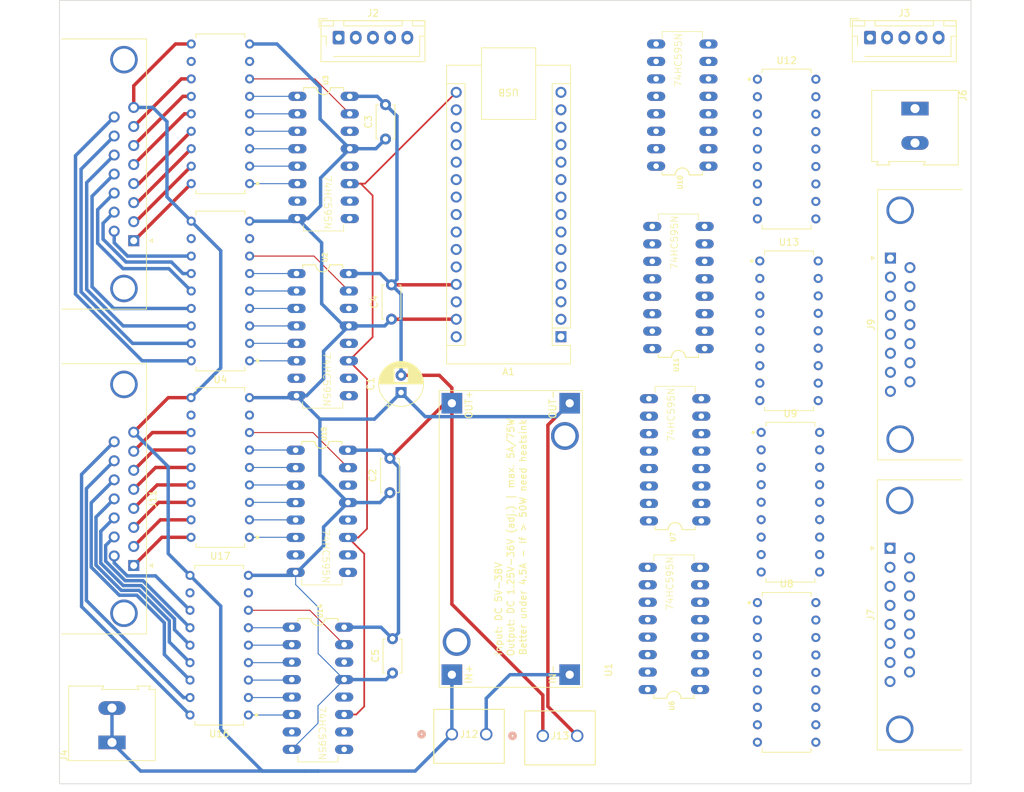
<source format=kicad_pcb>
(kicad_pcb (version 20221018) (generator pcbnew)
  (layers (0 "F.Cu" signal) (31 "B.Cu" signal) (34 "B.Paste" user) (35 "F.Paste" user) (36 "B.SilkS" user "B.Silkscreen") (37 "F.SilkS" user "F.Silkscreen") (38 "B.Mask" user) (39 "F.Mask" user) (44 "Edge.Cuts" user))
  (net 0 "")
  (net 4 "GND")
  (net 11 "Net-(A1-D8)")
  (net 12 "Net-(A1-D9)")
  (net 13 "CS_7seg")
  (net 14 "SER")
  (net 16 "CLK")
  (net 27 "+5V")
  (net 30 "Net-(U5-O7)")
  (net 31 "Net-(U5-O6)")
  (net 32 "Net-(U5-O5)")
  (net 33 "Net-(U5-O4)")
  (net 34 "Net-(U5-O3)")
  (net 35 "Net-(U5-O2)")
  (net 36 "Net-(U5-O1)")
  (net 37 "+12V")
  (net 38 "Net-(J5-P9)")
  (net 39 "Net-(J5-P10)")
  (net 40 "Net-(J5-P111)")
  (net 41 "Net-(J5-P12)")
  (net 42 "Net-(J5-P13)")
  (net 43 "Net-(J5-P14)")
  (net 44 "Net-(J5-P15)")
  (net 45 "Net-(U9-O7)")
  (net 46 "Net-(U9-O6)")
  (net 47 "Net-(U9-O5)")
  (net 48 "Net-(U9-O4)")
  (net 49 "Net-(U9-O3)")
  (net 50 "Net-(U9-O2)")
  (net 51 "Net-(U9-O1)")
  (net 52 "Net-(J7-P9)")
  (net 53 "Net-(J7-P10)")
  (net 54 "Net-(J7-P111)")
  (net 55 "Net-(J7-P12)")
  (net 56 "Net-(J7-P13)")
  (net 57 "Net-(J7-P14)")
  (net 58 "Net-(J7-P15)")
  (net 59 "Net-(U13-O7)")
  (net 60 "Net-(U13-O6)")
  (net 61 "Net-(U13-O5)")
  (net 62 "Net-(U13-O4)")
  (net 63 "Net-(U13-O3)")
  (net 64 "Net-(U13-O2)")
  (net 65 "Net-(U13-O1)")
  (net 66 "Net-(J9-P9)")
  (net 67 "Net-(J9-P10)")
  (net 68 "Net-(J9-P111)")
  (net 69 "Net-(J9-P12)")
  (net 70 "Net-(J9-P13)")
  (net 71 "Net-(J9-P14)")
  (net 72 "Net-(J9-P15)")
  (net 73 "Net-(U17-O7)")
  (net 74 "Net-(U17-O6)")
  (net 75 "Net-(U17-O5)")
  (net 76 "Net-(U17-O4)")
  (net 77 "Net-(U17-O3)")
  (net 78 "Net-(U17-O2)")
  (net 79 "Net-(U17-O1)")
  (net 80 "Net-(J11-P9)")
  (net 81 "Net-(J11-P10)")
  (net 82 "Net-(J11-P111)")
  (net 83 "Net-(J11-P12)")
  (net 84 "Net-(J11-P13)")
  (net 85 "Net-(J11-P14)")
  (net 86 "Net-(J11-P15)")
  (net 87 "Net-(U2-QB)")
  (net 88 "Net-(U2-QC)")
  (net 89 "Net-(U2-QD)")
  (net 90 "Net-(U2-QE)")
  (net 91 "Net-(U2-QF)")
  (net 92 "Net-(U2-QG)")
  (net 94 "Net-(U2-QH')")
  (net 95 "/TeamA Goals/SRCLR_IN")
  (net 96 "Net-(U2-QA)")
  (net 97 "Net-(U3-QB)")
  (net 98 "Net-(U3-QC)")
  (net 99 "Net-(U3-QD)")
  (net 100 "Net-(U3-QE)")
  (net 101 "Net-(U3-QF)")
  (net 102 "Net-(U3-QG)")
  (net 104 "/TeamA Goals/SER_OUT")
  (net 105 "Net-(U3-QA)")
  (net 110 "Net-(U6-QB)")
  (net 111 "Net-(U6-QC)")
  (net 112 "Net-(U6-QD)")
  (net 113 "Net-(U6-QE)")
  (net 114 "Net-(U6-QF)")
  (net 115 "Net-(U6-QG)")
  (net 117 "Net-(U6-QH')")
  (net 118 "/TeamB Goals/SRCLR_IN")
  (net 119 "Net-(U6-QA)")
  (net 120 "Net-(U7-QB)")
  (net 121 "Net-(U7-QC)")
  (net 122 "Net-(U7-QD)")
  (net 123 "Net-(U7-QE)")
  (net 124 "Net-(U7-QF)")
  (net 125 "Net-(U7-QG)")
  (net 127 "/Minutes/SER_IN")
  (net 128 "Net-(U7-QA)")
  (net 133 "Net-(U10-QB)")
  (net 134 "Net-(U10-QC)")
  (net 135 "Net-(U10-QD)")
  (net 136 "Net-(U10-QE)")
  (net 137 "Net-(U10-QF)")
  (net 138 "Net-(U10-QG)")
  (net 140 "Net-(U10-QH')")
  (net 141 "/Minutes/SRCLR_IN")
  (net 142 "Net-(U10-QA)")
  (net 143 "Net-(U11-QB)")
  (net 144 "Net-(U11-QC)")
  (net 145 "Net-(U11-QD)")
  (net 146 "Net-(U11-QE)")
  (net 147 "Net-(U11-QF)")
  (net 148 "Net-(U11-QG)")
  (net 150 "/Minutes/SER_OUT")
  (net 151 "Net-(U11-QA)")
  (net 156 "Net-(U14-QB)")
  (net 157 "Net-(U14-QC)")
  (net 158 "Net-(U14-QD)")
  (net 159 "Net-(U14-QE)")
  (net 160 "Net-(U14-QF)")
  (net 161 "Net-(U14-QG)")
  (net 163 "Net-(U14-QH')")
  (net 164 "/Seconds/SRCLR_IN")
  (net 165 "Net-(U14-QA)")
  (net 166 "Net-(U15-QB)")
  (net 167 "Net-(U15-QC)")
  (net 168 "Net-(U15-QD)")
  (net 169 "Net-(U15-QE)")
  (net 170 "Net-(U15-QF)")
  (net 171 "Net-(U15-QG)")
  (net 173 "/Seconds/SER_OUT")
  (net 174 "Net-(U15-QA)")
  (net 179 "Net-(U1-IN-)")
  (footprint "Polpoboard_footprints:74HC595N" (layer "F.Cu") (at 61.1886 50.6984 -90)
    (fp_text reference "U3")
    (fp_text value "74HC595")
  )
  (footprint "Polpoboard_footprints:74HC595N" (layer "F.Cu") (at 60.3758 127.9398 -90)
    (fp_text reference "U14")
    (fp_text value "74HC595")
  )
  (footprint "Polpoboard_footprints:74HC595N" (layer "F.Cu") (at 61.0616 76.4794 -90)
    (fp_text reference "U2")
    (fp_text value "74HC595")
  )
  (footprint "Polpoboard_footprints:ULN2803A" (layer "F.Cu") (at 129.1164 100.8634)
    (fp_text reference "U9")
    (fp_text value "ULN2803A")
  )
  (footprint "Polpoboard_footprints:ULN2803A" (layer "F.Cu") (at 46.1812 44.3484 180)
    (fp_text reference "U5" hide)
    (fp_text value "ULN2803A")
  )
  (footprint "Polpoboard_footprints:DSUB-15" (layer "F.Cu") (at 33.566931 62.8118 -90)
    (fp_text reference "J5" hide)
    (fp_text value "DA15_Plug")
  )
  (footprint "Polpoboard_footprints:XL4005_DC-DC" (layer "F.Cu") (at 98.8441 127.8001 90)
    (fp_text reference "U1")
    (fp_text value "~")
  )
  (footprint "Polpoboard_footprints:ULN2803A" (layer "F.Cu") (at 128.5666 49.4792)
    (fp_text reference "U12")
    (fp_text value "ULN2803A")
  )
  (footprint "Polpoboard_footprints:DSUB-15" (layer "F.Cu") (at 33.566931 110.068 -90)
    (fp_text reference "J11")
    (fp_text value "DA15_Plug")
  )
  (footprint "Polpoboard_footprints:DSUB-15" (layer "F.Cu") (at 143.6672 65.3394 90)
    (fp_text reference "J9")
    (fp_text value "DA15_Plug")
  )
  (footprint "Polpoboard_footprints:74HC595N" (layer "F.Cu") (at 112.1664 119.2276 90)
    (fp_text reference "U6")
    (fp_text value "74HC595")
  )
  (footprint "Connector_JST:JST_XH_B5B-XH-AM_1x05_P2.50mm_Vertical" (layer "F.Cu") (at 63.3768 33.257)
    (fp_text reference "J2")
    (fp_text value "CONN_LED_MATRIX TeamB")
  )
  (footprint "TerminalBlock:TerminalBlock_Altech_AK300-2_P5.00mm" (layer "F.Cu") (at 147.2438 43.59 -90)
    (fp_text reference "J6")
    (fp_text value "+12VDC additional supply")
  )
  (footprint "Polpoboard_footprints:ULN2803A" (layer "F.Cu") (at 128.9132 75.9206)
    (fp_text reference "U13")
    (fp_text value "ULN2803A")
  )
  (footprint "Capacitor_THT:C_Disc_D4.7mm_W2.5mm_P5.00mm" (layer "F.Cu") (at 71.2216 125.7262 90)
    (fp_text reference "C5")
    (fp_text value "100nF")
  )
  (footprint "Polpoboard_footprints:ULN2803A" (layer "F.Cu") (at 46.1558 95.8088 180)
    (fp_text reference "U17")
    (fp_text value "ULN2803A")
  )
  (footprint "Polpoboard_footprints:74HC595N" (layer "F.Cu") (at 60.9346 102.1842 -90)
    (fp_text reference "U15")
    (fp_text value "74HC595")
  )
  (footprint "Polpoboard_footprints:ULN2803A" (layer "F.Cu") (at 46.1812 70.1294 180)
    (fp_text reference "U4")
    (fp_text value "ULN2803A" hide)
  )
  (footprint "TerminalBlock:TerminalBlock_Altech_AK300-2_P5.00mm" (layer "F.Cu") (at 30.4038 135.8102 90)
    (fp_text reference "J4")
    (fp_text value "+12VDC additional supply")
  )
  (footprint "Capacitor_THT:C_Disc_D4.7mm_W2.5mm_P5.00mm" (layer "F.Cu") (at 71.0692 74.2296 90)
    (fp_text reference "C4")
    (fp_text value "100nF")
  )
  (footprint "Capacitor_THT:C_Disc_D4.7mm_W2.5mm_P5.00mm" (layer "F.Cu") (at 70.2056 48.0168 90)
    (fp_text reference "C3")
    (fp_text value "100nF")
  )
  (footprint "Capacitor_THT:C_Disc_D4.7mm_W2.5mm_P5.00mm" (layer "F.Cu") (at 70.8406 99.4772 90)
    (fp_text reference "C2")
    (fp_text value "100nF")
  )
  (footprint "Connector_JST:JST_XH_B5B-XH-AM_1x05_P2.50mm_Vertical" (layer "F.Cu") (at 140.6904 33.2552)
    (fp_text reference "J3")
    (fp_text value "CONN_LED_MATRIX TeamA")
  )
  (footprint "Polpoboard_footprints:74HC595N" (layer "F.Cu") (at 113.3856 43.0784 90)
    (fp_text reference "U10")
    (fp_text value "74HC595")
  )
  (footprint "Polpoboard_footprints:ULN2803A" (layer "F.Cu") (at 128.5666 125.6284)
    (fp_text reference "U8")
    (fp_text value "ULN2803A")
  )
  (footprint "Polpoboard_footprints:CONN2_710002_WRE" (layer "F.Cu") (at 79.8595 134.627501)
    (fp_text reference "J12")
    (fp_text value "+12V IN")
  )
  (footprint "Polpoboard_footprints:74HC595N" (layer "F.Cu") (at 112.8268 69.6243 90)
    (fp_text reference "U11")
    (fp_text value "74HC595")
  )
  (footprint "Polpoboard_footprints:ULN2803A" (layer "F.Cu") (at 46.0034 121.666 180)
    (fp_text reference "U16")
    (fp_text value "ULN2803A")
  )
  (footprint "Polpoboard_footprints:CONN2_710002_WRE" (layer "F.Cu") (at 93.0929 134.856101)
    (fp_text reference "J13")
    (fp_text value "+5V external")
  )
  (footprint "Module:Arduino_Nano" (layer "F.Cu") (at 95.7326 76.7842 180)
    (fp_text reference "A1")
    (fp_text value "Arduino_Nano_v3.x")
  )
  (footprint "Polpoboard_footprints:DSUB-15" (layer "F.Cu") (at 143.614 107.5644 90)
    (fp_text reference "J7")
    (fp_text value "DA15_Plug")
  )
  (footprint "Capacitor_THT:CP_Radial_D6.3mm_P2.50mm" (layer "F.Cu") (at 72.4662 84.8976 90)
    (fp_text reference "C1")
    (fp_text value "C")
  )
  (footprint "Polpoboard_footprints:74HC595N" (layer "F.Cu") (at 112.3442 94.6912 90)
    (fp_text reference "U7")
    (fp_text value "74HC595")
  )
  (gr_rect (start 22.7584 27.8384) (end 155.3972 141.8336) (stroke (width 0.1)) (fill none) (layer "Edge.Cuts"))
  (segment (start 71.0692 74.2296) (end 80.478 74.2296) (width 0.5) (layer "F.Cu") (net 4))
  (segment (start 93.8301 89.6341) (end 97.0026 86.4616) (width 0.5) (layer "F.Cu") (net 4))
  (segment (start 80.478 74.2296) (end 80.4926 74.2442) (width 0.5) (layer "F.Cu") (net 4))
  (segment (start 98.0929 134.856101) (end 93.8301 130.593301) (width 0.5) (layer "F.Cu") (net 4))
  (segment (start 93.8301 130.593301) (end 93.8301 89.6341) (width 0.5) (layer "F.Cu") (net 4))
  (segment (start 50.2534 111.506) (end 56.6928 111.506) (width 0.5) (layer "B.Cu") (net 4))
  (segment (start 57.2516 85.3694) (end 60.6552 88.773) (width 0.5) (layer "B.Cu") (net 4))
  (segment (start 58.9026 59.5884) (end 60.7568 57.7342) (width 0.5) (layer "B.Cu") (net 4))
  (segment (start 68.794 49.4284) (end 70.2056 48.0168) (width 0.5) (layer "B.Cu") (net 4))
  (segment (start 60.4012 122.8852) (end 64.1858 126.6698) (width 0.15) (layer "B.Cu") (net 4))
  (segment (start 60.6806 40.4622) (end 54.4068 34.1884) (width 0.5) (layer "B.Cu") (net 4))
  (segment (start 95.0526 88.4116) (end 97.0026 86.4616) (width 0.5) (layer "B.Cu") (net 4))
  (segment (start 50.4312 59.9694) (end 56.9976 59.9694) (width 0.5) (layer "B.Cu") (net 4))
  (segment (start 60.7568 97.0534) (end 60.8838 97.0534) (width 0.15) (layer "B.Cu") (net 4))
  (segment (start 61.1886 104.4702) (end 61.1886 107.188) (width 0.5) (layer "B.Cu") (net 4))
  (segment (start 64.135 75.2094) (end 64.8716 75.2094) (width 0.5) (layer "B.Cu") (net 4))
  (segment (start 56.6928 111.506) (end 57.1246 111.0742) (width 0.5) (layer "B.Cu") (net 4))
  (segment (start 61.1886 82.8802) (end 58.6994 85.3694) (width 0.5) (layer "B.Cu") (net 4))
  (segment (start 57.3786 59.5884) (end 60.9092 63.119) (width 0.5) (layer "B.Cu") (net 4))
  (segment (start 64.9986 49.4284) (end 68.794 49.4284) (width 0.5) (layer "B.Cu") (net 4))
  (segment (start 75.9802 88.4116) (end 95.0526 88.4116) (width 0.5) (layer "B.Cu") (net 4))
  (segment (start 57.1246 111.0742) (end 57.1246 112.8522) (width 0.15) (layer "B.Cu") (net 4))
  (segment (start 64.7446 100.9142) (end 61.1886 104.4702) (width 0.5) (layer "B.Cu") (net 4))
  (segment (start 60.3758 133.0198) (end 56.5658 136.8298) (width 0.15) (layer "B.Cu") (net 4))
  (segment (start 60.7568 57.7342) (end 60.7568 53.6702) (width 0.5) (layer "B.Cu") (net 4))
  (segment (start 64.7446 100.9142) (end 69.4036 100.9142) (width 0.5) (layer "B.Cu") (net 4))
  (segment (start 58.6994 85.3694) (end 57.2516 85.3694) (width 0.5) (layer "B.Cu") (net 4))
  (segment (start 61.1886 107.188) (end 57.3024 111.0742) (width 0.5) (layer "B.Cu") (net 4))
  (segment (start 69.4036 100.9142) (end 70.8406 99.4772) (width 0.5) (layer "B.Cu") (net 4))
  (segment (start 60.4012 116.1288) (end 60.4012 122.8852) (width 0.15) (layer "B.Cu") (net 4))
  (segment (start 64.8716 75.2094) (end 70.0894 75.2094) (width 0.5) (layer "B.Cu") (net 4))
  (segment (start 64.1858 126.6698) (end 70.278 126.6698) (width 0.5) (layer "B.Cu") (net 4))
  (segment (start 60.6552 88.773) (end 60.6552 96.9518) (width 0.5) (layer "B.Cu") (net 4))
  (segment (start 60.8838 97.0534) (end 64.7446 100.9142) (width 0.5) (layer "B.Cu") (net 4))
  (segment (start 61.1886 78.8924) (end 61.1886 82.8802) (width 0.5) (layer "B.Cu") (net 4))
  (segment (start 60.6552 96.9518) (end 60.7568 97.0534) (width 0.15) (layer "B.Cu") (net 4))
  (segment (start 60.9092 63.119) (end 60.9092 71.9836) (width 0.5) (layer "B.Cu") (net 4))
  (segment (start 72.4662 84.8976) (end 68.5908 88.773) (width 0.5) (layer "B.Cu") (net 4))
  (segment (start 56.9722 85.6488) (end 57.2516 85.3694) (width 0.15) (layer "B.Cu") (net 4))
  (segment (start 64.8716 75.2094) (end 61.1886 78.8924) (width 0.5) (layer "B.Cu") (net 4))
  (segment (start 60.7568 53.6702) (end 64.9986 49.4284) (width 0.5) (layer "B.Cu") (net 4))
  (segment (start 50.4058 85.6488) (end 56.9722 85.6488) (width 0.5) (layer "B.Cu") (net 4))
  (segment (start 57.1246 112.8522) (end 60.4012 116.1288) (width 0.15) (layer "B.Cu") (net 4))
  (segment (start 64.9986 49.4284) (end 60.6806 45.1104) (width 0.5) (layer "B.Cu") (net 4))
  (segment (start 72.4662 84.8976) (end 75.9802 88.4116) (width 0.5) (layer "B.Cu") (net 4))
  (segment (start 60.9092 71.9836) (end 64.135 75.2094) (width 0.5) (layer "B.Cu") (net 4))
  (segment (start 60.6806 45.1104) (end 60.6806 40.4622) (width 0.5) (layer "B.Cu") (net 4))
  (segment (start 70.278 126.6698) (end 71.2216 125.7262) (width 0.5) (layer "B.Cu") (net 4))
  (segment (start 57.3786 59.5884) (end 58.9026 59.5884) (width 0.5) (layer "B.Cu") (net 4))
  (segment (start 60.3758 130.4798) (end 60.3758 133.0198) (width 0.15) (layer "B.Cu") (net 4))
  (segment (start 56.9976 59.9694) (end 57.3786 59.5884) (width 0.5) (layer "B.Cu") (net 4))
  (segment (start 70.0894 75.2094) (end 71.0692 74.2296) (width 0.5) (layer "B.Cu") (net 4))
  (segment (start 68.5908 88.773) (end 60.6552 88.773) (width 0.5) (layer "B.Cu") (net 4))
  (segment (start 57.3024 111.0742) (end 57.1246 111.0742) (width 0.15) (layer "B.Cu") (net 4))
  (segment (start 54.4068 34.1884) (end 50.4312 34.1884) (width 0.5) (layer "B.Cu") (net 4))
  (segment (start 64.1858 126.6698) (end 60.3758 130.4798) (width 0.15) (layer "B.Cu") (net 4))
  (segment (start 66.2432 105.9942) (end 64.7446 105.9942) (width 0.25) (layer "F.Cu") (net 16))
  (segment (start 67.2084 54.5084) (end 66.5988 54.5084) (width 0.25) (layer "F.Cu") (net 16))
  (segment (start 64.7446 105.9942) (end 67.1068 108.3564) (width 0.25) (layer "F.Cu") (net 16))
  (segment (start 80.4926 41.2242) (end 67.2084 54.5084) (width 0.25) (layer "F.Cu") (net 16))
  (segment (start 64.8716 80.2894) (end 68.326 76.835) (width 0.25) (layer "F.Cu") (net 16))
  (segment (start 67.1068 130.5814) (end 65.9384 131.7498) (width 0.25) (layer "F.Cu") (net 16))
  (segment (start 68.326 76.835) (end 68.326 56.2356) (width 0.25) (layer "F.Cu") (net 16))
  (segment (start 68.326 56.2356) (end 66.5988 54.5084) (width 0.25) (layer "F.Cu") (net 16))
  (segment (start 66.5988 54.5084) (end 64.9986 54.5084) (width 0.25) (layer "F.Cu") (net 16))
  (segment (start 67.5132 82.931) (end 67.5132 104.7242) (width 0.25) (layer "F.Cu") (net 16))
  (segment (start 67.1068 108.3564) (end 67.1068 130.5814) (width 0.25) (layer "F.Cu") (net 16))
  (segment (start 64.8716 80.2894) (end 67.5132 82.931) (width 0.25) (layer "F.Cu") (net 16))
  (segment (start 65.9384 131.7498) (end 64.1858 131.7498) (width 0.25) (layer "F.Cu") (net 16))
  (segment (start 67.5132 104.7242) (end 66.2432 105.9942) (width 0.25) (layer "F.Cu") (net 16))
  (segment (start 79.8576 115.697) (end 79.8576 86.4616) (width 0.5) (layer "F.Cu") (net 27))
  (segment (start 72.4662 82.3976) (end 78.0288 82.3976) (width 0.5) (layer "F.Cu") (net 27))
  (segment (start 79.8576 86.4616) (end 79.8576 84.2264) (width 0.5) (layer "F.Cu") (net 27))
  (segment (start 78.8562 86.4616) (end 79.8576 86.4616) (width 0.5) (layer "F.Cu") (net 27))
  (segment (start 93.0929 128.9323) (end 79.8576 115.697) (width 0.5) (layer "F.Cu") (net 27))
  (segment (start 71.0692 69.2296) (end 80.4272 69.2296) (width 0.5) (layer "F.Cu") (net 27))
  (segment (start 70.8406 94.4772) (end 78.8562 86.4616) (width 0.5) (layer "F.Cu") (net 27))
  (segment (start 80.4272 69.2296) (end 80.4926 69.1642) (width 0.5) (layer "F.Cu") (net 27))
  (segment (start 78.0288 82.3976) (end 79.8576 84.2264) (width 0.5) (layer "F.Cu") (net 27))
  (segment (start 93.0929 134.856101) (end 93.0929 128.9323) (width 0.5) (layer "F.Cu") (net 27))
  (segment (start 72.0906 119.8572) (end 71.2216 120.7262) (width 0.5) (layer "B.Cu") (net 27))
  (segment (start 64.1858 119.0498) (end 69.5452 119.0498) (width 0.5) (layer "B.Cu") (net 27))
  (segment (start 64.9986 41.8084) (end 68.9972 41.8084) (width 0.5) (layer "B.Cu") (net 27))
  (segment (start 72.0906 95.7272) (end 72.0906 119.8572) (width 0.5) (layer "B.Cu") (net 27))
  (segment (start 69.429 67.5894) (end 71.0692 69.2296) (width 0.5) (layer "B.Cu") (net 27))
  (segment (start 71.0692 69.2296) (end 72.4662 70.6266) (width 0.5) (layer "B.Cu") (net 27))
  (segment (start 71.869199 44.680399) (end 70.2056 43.0168) (width 0.5) (layer "B.Cu") (net 27))
  (segment (start 69.6576 93.2942) (end 70.8406 94.4772) (width 0.5) (layer "B.Cu") (net 27))
  (segment (start 70.8406 94.4772) (end 72.0906 95.7272) (width 0.5) (layer "B.Cu") (net 27))
  (segment (start 68.9972 41.8084) (end 70.2056 43.0168) (width 0.5) (layer "B.Cu") (net 27))
  (segment (start 72.4662 70.6266) (end 72.4662 82.3976) (width 0.5) (layer "B.Cu") (net 27))
  (segment (start 64.7446 93.2942) (end 69.6576 93.2942) (width 0.5) (layer "B.Cu") (net 27))
  (segment (start 69.5452 119.0498) (end 71.2216 120.7262) (width 0.5) (layer "B.Cu") (net 27))
  (segment (start 71.0692 69.2296) (end 71.869199 68.429601) (width 0.5) (layer "B.Cu") (net 27))
  (segment (start 64.8716 67.5894) (end 69.429 67.5894) (width 0.5) (layer "B.Cu") (net 27))
  (segment (start 71.869199 68.429601) (end 71.869199 44.680399) (width 0.5) (layer "B.Cu") (net 27))
  (segment (start 33.566931 46.1918) (end 40.490332 39.2684) (width 0.5) (layer "F.Cu") (net 30))
  (segment (start 41.9312 39.2684) (end 40.490332 39.2684) (width 0.5) (layer "F.Cu") (net 30))
  (segment (start 40.720331 41.8084) (end 41.9312 41.8084) (width 0.5) (layer "F.Cu") (net 31))
  (segment (start 33.566931 48.9618) (end 40.720331 41.8084) (width 0.5) (layer "F.Cu") (net 31))
  (segment (start 33.566931 51.7318) (end 40.950331 44.3484) (width 0.5) (layer "F.Cu") (net 32))
  (segment (start 40.950331 44.3484) (end 41.9312 44.3484) (width 0.5) (layer "F.Cu") (net 32))
  (segment (start 41.9312 46.8884) (end 34.3178 54.5018) (width 0.5) (layer "F.Cu") (net 33))
  (segment (start 34.3178 54.5018) (end 33.566931 54.5018) (width 0.5) (layer "F.Cu") (net 33))
  (segment (start 41.9312 49.4284) (end 34.0878 57.2718) (width 0.5) (layer "F.Cu") (net 34))
  (segment (start 34.0878 57.2718) (end 33.566931 57.2718) (width 0.5) (layer "F.Cu") (net 34))
  (segment (start 33.8578 60.0418) (end 33.566931 60.0418) (width 0.5) (layer "F.Cu") (net 35))
  (segment (start 41.9312 51.9684) (end 33.8578 60.0418) (width 0.5) (layer "F.Cu") (net 35))
  (segment (start 41.9312 54.5084) (end 33.6278 62.8118) (width 0.5) (layer "F.Cu") (net 36))
  (segment (start 33.6278 62.8118) (end 33.566931 62.8118) (width 0.5) (layer "F.Cu") (net 36))
  (segment (start 38.596131 85.6488) (end 33.566931 90.678) (width 0.5) (layer "F.Cu") (net 37))
  (segment (start 33.566931 43.4218) (end 33.566931 40.270869) (width 0.5) (layer "F.Cu") (net 37))
  (segment (start 33.566931 40.270869) (end 39.6494 34.1884) (width 0.5) (layer "F.Cu") (net 37))
  (segment (start 39.6494 34.1884) (end 41.9312 34.1884) (width 0.5) (layer "F.Cu") (net 37))
  (segment (start 41.9058 85.6488) (end 38.596131 85.6488) (width 0.5) (layer "F.Cu") (net 37))
  (segment (start 60.452 139.9794) (end 34.573 139.9794) (width 0.5) (layer "B.Cu") (net 37))
  (segment (start 30.4038 135.8102) (end 34.573 139.9794) (width 0.5) (layer "B.Cu") (net 37))
  (segment (start 79.8576 125.9586) (end 79.8576 134.625601) (width 0.5) (layer "B.Cu") (net 37))
  (segment (start 41.7534 111.506) (end 38.5826 108.3352) (width 0.5) (layer "B.Cu") (net 37))
  (segment (start 38.5826 108.3352) (end 38.5826 95.693669) (width 0.5) (layer "B.Cu") (net 37))
  (segment (start 38.4048 56.443) (end 41.9312 59.9694) (width 0.5) (layer "B.Cu") (net 37))
  (segment (start 33.566931 43.4218) (end 36.3352 43.4218) (width 0.5) (layer "B.Cu") (net 37))
  (segment (start 38.5826 95.693669) (end 33.566931 90.678) (width 0.5) (layer "B.Cu") (net 37))
  (segment (start 30.4038 130.8102) (end 30.4038 135.8102) (width 0.5) (layer "B.Cu") (net 37))
  (segment (start 36.3352 43.4218) (end 38.4048 45.4914) (width 0.5) (layer "B.Cu") (net 37))
  (segment (start 41.9058 85.6488) (end 46.228 81.3266) (width 0.5) (layer "B.Cu") (net 37))
  (segment (start 46.228 115.9806) (end 46.228 133.9342) (width 0.5) (layer "B.Cu") (net 37))
  (segment (start 52.2732 139.9794) (end 58.547 139.9794) (width 0.5) (layer "B.Cu") (net 37))
  (segment (start 46.228 133.9342) (end 52.2732 139.9794) (width 0.5) (layer "B.Cu") (net 37))
  (segment (start 46.228 81.3266) (end 46.228 64.2662) (width 0.5) (layer "B.Cu") (net 37))
  (segment (start 46.228 64.2662) (end 41.9312 59.9694) (width 0.5) (layer "B.Cu") (net 37))
  (segment (start 74.507601 139.9794) (end 79.8595 134.627501) (width 0.5) (layer "B.Cu") (net 37))
  (segment (start 79.8576 134.625601) (end 79.8595 134.627501) (width 0.5) (layer "B.Cu") (net 37))
  (segment (start 60.452 139.9794) (end 74.507601 139.9794) (width 0.5) (layer "B.Cu") (net 37))
  (segment (start 41.7534 111.506) (end 46.228 115.9806) (width 0.5) (layer "B.Cu") (net 37))
  (segment (start 38.4048 45.4914) (end 38.4048 56.443) (width 0.5) (layer "B.Cu") (net 37))
  (segment (start 58.547 139.9794) (end 60.452 139.9794) (width 0.5) (layer "B.Cu") (net 37))
  (segment (start 30.726931 63.111931) (end 32.6644 65.0494) (width 0.5) (layer "B.Cu") (net 38))
  (segment (start 32.6644 65.0494) (end 41.9312 65.0494) (width 0.5) (layer "B.Cu") (net 38))
  (segment (start 30.726931 61.4268) (end 30.726931 63.111931) (width 0.5) (layer "B.Cu") (net 38))
  (segment (start 41.9312 67.5894) (end 40.7162 67.5894) (width 0.5) (layer "B.Cu") (net 39))
  (segment (start 39.0398 65.913) (end 32.4358 65.913) (width 0.5) (layer "B.Cu") (net 39))
  (segment (start 29.1084 60.275331) (end 30.726931 58.6568) (width 0.5) (layer "B.Cu") (net 39))
  (segment (start 29.1084 62.5856) (end 29.1084 60.275331) (width 0.5) (layer "B.Cu") (net 39))
  (segment (start 40.7162 67.5894) (end 39.0398 65.913) (width 0.5) (layer "B.Cu") (net 39))
  (segment (start 32.4358 65.913) (end 29.1084 62.5856) (width 0.5) (layer "B.Cu") (net 39))
  (segment (start 28.321 63.1952) (end 28.321 58.292731) (width 0.5) (layer "B.Cu") (net 40))
  (segment (start 28.321 58.292731) (end 30.726931 55.8868) (width 0.5) (layer "B.Cu") (net 40))
  (segment (start 32.004 66.8782) (end 28.321 63.1952) (width 0.5) (layer "B.Cu") (net 40))
  (segment (start 41.9312 70.1294) (end 38.68 66.8782) (width 0.5) (layer "B.Cu") (net 40))
  (segment (start 38.68 66.8782) (end 32.004 66.8782) (width 0.5) (layer "B.Cu") (net 40))
  (segment (start 27.5082 56.335531) (end 30.726931 53.1168) (width 0.5) (layer "B.Cu") (net 41))
  (segment (start 27.5082 69.5198) (end 27.5082 56.335531) (width 0.5) (layer "B.Cu") (net 41))
  (segment (start 30.6578 72.6694) (end 27.5082 69.5198) (width 0.5) (layer "B.Cu") (net 41))
  (segment (start 41.9312 72.6694) (end 30.6578 72.6694) (width 0.5) (layer "B.Cu") (net 41))
  (segment (start 26.7208 54.352931) (end 30.726931 50.3468) (width 0.5) (layer "B.Cu") (net 42))
  (segment (start 32.0294 75.2094) (end 26.7208 69.9008) (width 0.5) (layer "B.Cu") (net 42))
  (segment (start 41.9312 75.2094) (end 32.0294 75.2094) (width 0.5) (layer "B.Cu") (net 42))
  (segment (start 26.7208 69.9008) (end 26.7208 54.352931) (width 0.5) (layer "B.Cu") (net 42))
  (segment (start 33.401 77.7494) (end 25.908 70.2564) (width 0.5) (layer "B.Cu") (net 43))
  (segment (start 25.908 52.395731) (end 30.726931 47.5768) (width 0.5) (layer "B.Cu") (net 43))
  (segment (start 41.9312 77.7494) (end 33.401 77.7494) (width 0.5) (layer "B.Cu") (net 43))
  (segment (start 25.908 70.2564) (end 25.908 52.395731) (width 0.5) (layer "B.Cu") (net 43))
  (segment (start 41.9312 80.2894) (end 34.798 80.2894) (width 0.5) (layer "B.Cu") (net 44))
  (segment (start 25.0952 70.5866) (end 25.0952 50.438531) (width 0.5) (layer "B.Cu") (net 44))
  (segment (start 25.0952 50.438531) (end 30.726931 44.8068) (width 0.5) (layer "B.Cu") (net 44))
  (segment (start 34.798 80.2894) (end 25.0952 70.5866) (width 0.5) (layer "B.Cu") (net 44))
  (segment (start 36.286131 90.7288) (end 33.566931 93.448) (width 0.5) (layer "F.Cu") (net 73))
  (segment (start 41.9058 90.7288) (end 36.286131 90.7288) (width 0.5) (layer "F.Cu") (net 73))
  (segment (start 36.516131 93.2688) (end 33.566931 96.218) (width 0.5) (layer "F.Cu") (net 74))
  (segment (start 41.9058 93.2688) (end 36.516131 93.2688) (width 0.5) (layer "F.Cu") (net 74))
  (segment (start 36.746131 95.8088) (end 33.566931 98.988) (width 0.5) (layer "F.Cu") (net 75))
  (segment (start 41.9058 95.8088) (end 36.746131 95.8088) (width 0.5) (layer "F.Cu") (net 75))
  (segment (start 41.9058 98.3488) (end 36.976131 98.3488) (width 0.5) (layer "F.Cu") (net 76))
  (segment (start 36.976131 98.3488) (end 33.566931 101.758) (width 0.5) (layer "F.Cu") (net 76))
  (segment (start 41.9058 100.8888) (end 37.206131 100.8888) (width 0.5) (layer "F.Cu") (net 77))
  (segment (start 37.206131 100.8888) (end 33.566931 104.528) (width 0.5) (layer "F.Cu") (net 77))
  (segment (start 37.436131 103.4288) (end 33.566931 107.298) (width 0.5) (layer "F.Cu") (net 78))
  (segment (start 41.9058 103.4288) (end 37.436131 103.4288) (width 0.5) (layer "F.Cu") (net 78))
  (segment (start 37.666131 105.9688) (end 33.566931 110.068) (width 0.5) (layer "F.Cu") (net 79))
  (segment (start 41.9058 105.9688) (end 37.666131 105.9688) (width 0.5) (layer "F.Cu") (net 79))
  (segment (start 41.7534 116.586) (end 36.7496 111.5822) (width 0.5) (layer "B.Cu") (net 80))
  (segment (start 36.7496 111.5822) (end 32.6136 111.5822) (width 0.5) (layer "B.Cu") (net 80))
  (segment (start 30.726931 109.695531) (end 30.726931 108.683) (width 0.5) (layer "B.Cu") (net 80))
  (segment (start 32.6136 111.5822) (end 30.726931 109.695531) (width 0.5) (layer "B.Cu") (net 80))
  (segment (start 29.476931 107.163) (end 30.726931 105.913) (width 0.5) (layer "B.Cu") (net 81))
  (segment (start 34.9096 112.2822) (end 32.32365 112.2822) (width 0.5) (layer "B.Cu") (net 81))
  (segment (start 32.32365 112.2822) (end 29.476931 109.435481) (width 0.5) (layer "B.Cu") (net 81))
  (segment (start 29.476931 109.435481) (end 29.476931 107.163) (width 0.5) (layer "B.Cu") (net 81))
  (segment (start 41.7534 119.126) (end 34.9096 112.2822) (width 0.5) (layer "B.Cu") (net 81))
  (segment (start 28.776931 109.72543) (end 28.776931 105.093) (width 0.5) (layer "B.Cu") (net 82))
  (segment (start 39.497 117.85955) (end 34.631125 112.993675) (width 0.5) (layer "B.Cu") (net 82))
  (segment (start 34.631125 112.993675) (end 32.045176 112.993675) (width 0.5) (layer "B.Cu") (net 82))
  (segment (start 39.497 119.4096) (end 39.497 117.85955) (width 0.5) (layer "B.Cu") (net 82))
  (segment (start 28.776931 105.093) (end 30.726931 103.143) (width 0.5) (layer "B.Cu") (net 82))
  (segment (start 32.045176 112.993675) (end 28.776931 109.72543) (width 0.5) (layer "B.Cu") (net 82))
  (segment (start 41.7534 121.666) (end 39.497 119.4096) (width 0.5) (layer "B.Cu") (net 82))
  (segment (start 38.74625 118.09875) (end 34.341175 113.693675) (width 0.5) (layer "B.Cu") (net 83))
  (segment (start 28.076931 110.015379) (end 28.076931 103.023) (width 0.5) (layer "B.Cu") (net 83))
  (segment (start 31.755226 113.693675) (end 28.076931 110.015379) (width 0.5) (layer "B.Cu") (net 83))
  (segment (start 38.74625 121.19885) (end 38.74625 118.09875) (width 0.5) (layer "B.Cu") (net 83))
  (segment (start 28.076931 103.023) (end 30.726931 100.373) (width 0.5) (layer "B.Cu") (net 83))
  (segment (start 41.7534 124.206) (end 38.74625 121.19885) (width 0.5) (layer "B.Cu") (net 83))
  (segment (start 34.341175 113.693675) (end 31.755226 113.693675) (width 0.5) (layer "B.Cu") (net 83))
  (segment (start 27.376931 100.953) (end 30.726931 97.603) (width 0.5) (layer "B.Cu") (net 84))
  (segment (start 31.465276 114.393675) (end 34.002675 114.393675) (width 0.5) (layer "B.Cu") (net 84))
  (segment (start 38.0238 118.4148) (end 34.002675 114.393675) (width 0.5) (layer "B.Cu") (net 84))
  (segment (start 41.7534 126.746) (end 38.0238 123.0164) (width 0.5) (layer "B.Cu") (net 84))
  (segment (start 38.0238 123.0164) (end 38.0238 118.4148) (width 0.5) (layer "B.Cu") (net 84))
  (segment (start 27.376931 100.953) (end 27.376931 110.305329) (width 0.5) (layer "B.Cu") (net 84))
  (segment (start 27.376931 110.305329) (end 31.465276 114.393675) (width 0.5) (layer "B.Cu") (net 84))
  (segment (start 41.7534 129.286) (end 40.817474 129.286) (width 0.5) (layer "B.Cu") (net 85))
  (segment (start 26.676931 98.883) (end 30.726931 94.833) (width 0.5) (layer "B.Cu") (net 85))
  (segment (start 26.676931 115.145457) (end 26.676931 98.883) (width 0.5) (layer "B.Cu") (net 85))
  (segment (start 40.817474 129.286) (end 26.676931 115.145457) (width 0.5) (layer "B.Cu") (net 85))
  (segment (start 41.7534 131.826) (end 25.976931 116.049531) (width 0.5) (layer "B.Cu") (net 86))
  (segment (start 25.976931 96.813) (end 30.726931 92.063) (width 0.5) (layer "B.Cu") (net 86))
  (segment (start 25.976931 116.049531) (end 25.976931 96.813) (width 0.5) (layer "B.Cu") (net 86))
  (segment (start 50.4312 67.5894) (end 57.2516 67.5894) (width 0.15) (layer "B.Cu") (net 87))
  (segment (start 50.4312 70.1294) (end 57.2516 70.1294) (width 0.15) (layer "B.Cu") (net 88))
  (segment (start 50.4312 72.6694) (end 57.2516 72.6694) (width 0.15) (layer "B.Cu") (net 89))
  (segment (start 50.4312 75.2094) (end 57.2516 75.2094) (width 0.15) (layer "B.Cu") (net 90))
  (segment (start 50.4312 77.7494) (end 57.2516 77.7494) (width 0.15) (layer "B.Cu") (net 91))
  (segment (start 50.4312 80.2894) (end 57.2516 80.2894) (width 0.15) (layer "B.Cu") (net 92))
  (segment (start 50.4312 65.0494) (end 59.7916 65.0494) (width 0.15) (layer "F.Cu") (net 96))
  (segment (start 59.7916 65.0494) (end 64.8716 70.1294) (width 0.15) (layer "F.Cu") (net 96))
  (segment (start 50.4312 41.8084) (end 57.3786 41.8084) (width 0.15) (layer "B.Cu") (net 97))
  (segment (start 50.4312 44.3484) (end 57.3786 44.3484) (width 0.15) (layer "B.Cu") (net 98))
  (segment (start 50.4312 46.8884) (end 57.3786 46.8884) (width 0.15) (layer "B.Cu") (net 99))
  (segment (start 50.4312 49.4284) (end 57.3786 49.4284) (width 0.15) (layer "B.Cu") (net 100))
  (segment (start 50.4312 51.9684) (end 57.3786 51.9684) (width 0.15) (layer "B.Cu") (net 101))
  (segment (start 50.4312 54.5084) (end 57.3786 54.5084) (width 0.15) (layer "B.Cu") (net 102))
  (segment (start 59.9186 39.2684) (end 64.9986 44.3484) (width 0.15) (layer "F.Cu") (net 105))
  (segment (start 50.4312 39.2684) (end 59.9186 39.2684) (width 0.15) (layer "F.Cu") (net 105))
  (segment (start 56.4896 119.126) (end 56.5658 119.0498) (width 0.15) (layer "B.Cu") (net 156))
  (segment (start 50.2534 119.126) (end 56.4896 119.126) (width 0.15) (layer "B.Cu") (net 156))
  (segment (start 56.4896 121.666) (end 56.5658 121.5898) (width 0.15) (layer "B.Cu") (net 157))
  (segment (start 50.2534 121.666) (end 56.4896 121.666) (width 0.15) (layer "B.Cu") (net 157))
  (segment (start 50.2534 124.206) (end 56.4896 124.206) (width 0.15) (layer "B.Cu") (net 158))
  (segment (start 56.4896 124.206) (end 56.5658 124.1298) (width 0.15) (layer "B.Cu") (net 158))
  (segment (start 56.4896 126.746) (end 56.5658 126.6698) (width 0.15) (layer "B.Cu") (net 159))
  (segment (start 50.2534 126.746) (end 56.4896 126.746) (width 0.15) (layer "B.Cu") (net 159))
  (segment (start 50.2534 129.286) (end 56.4896 129.286) (width 0.15) (layer "B.Cu") (net 160))
  (segment (start 56.4896 129.286) (end 56.5658 129.2098) (width 0.15) (layer "B.Cu") (net 160))
  (segment (start 50.2534 131.826) (end 56.4896 131.826) (width 0.15) (layer "B.Cu") (net 161))
  (segment (start 56.4896 131.826) (end 56.5658 131.7498) (width 0.15) (layer "B.Cu") (net 161))
  (segment (start 50.2534 116.586) (end 59.182 116.586) (width 0.15) (layer "F.Cu") (net 165))
  (segment (start 59.182 116.586) (end 64.1858 121.5898) (width 0.15) (layer "F.Cu") (net 165))
  (segment (start 50.4058 93.2688) (end 57.0992 93.2688) (width 0.15) (layer "B.Cu") (net 166))
  (segment (start 57.0992 93.2688) (end 57.1246 93.2942) (width 0.15) (layer "B.Cu") (net 166))
  (segment (start 57.0992 95.8088) (end 57.1246 95.8342) (width 0.15) (layer "B.Cu") (net 167))
  (segment (start 50.4058 95.8088) (end 57.0992 95.8088) (width 0.15) (layer "B.Cu") (net 167))
  (segment (start 50.4058 98.3488) (end 57.0992 98.3488) (width 0.15) (layer "B.Cu") (net 168))
  (segment (start 57.0992 98.3488) (end 57.1246 98.3742) (width 0.15) (layer "B.Cu") (net 168))
  (segment (start 50.4058 100.8888) (end 57.0992 100.8888) (width 0.15) (layer "B.Cu") (net 169))
  (segment (start 57.0992 100.8888) (end 57.1246 100.9142) (width 0.15) (layer "B.Cu") (net 169))
  (segment (start 50.4058 103.4288) (end 57.0992 103.4288) (width 0.15) (layer "B.Cu") (net 170))
  (segment (start 57.0992 103.4288) (end 57.1246 103.4542) (width 0.15) (layer "B.Cu") (net 170))
  (segment (start 50.4058 105.9688) (end 57.0992 105.9688) (width 0.15) (layer "B.Cu") (net 171))
  (segment (start 57.0992 105.9688) (end 57.1246 105.9942) (width 0.15) (layer "B.Cu") (net 171))
  (segment (start 50.4058 90.7288) (end 59.6392 90.7288) (width 0.15) (layer "F.Cu") (net 174))
  (segment (start 59.6392 90.7288) (end 64.7446 95.8342) (width 0.15) (layer "F.Cu") (net 174))
  (segment (start 84.8595 129.4149) (end 88.3158 125.9586) (width 0.5) (layer "B.Cu") (net 179))
  (segment (start 84.8595 134.627501) (end 84.8595 129.4149) (width 0.5) (layer "B.Cu") (net 179))
  (segment (start 88.3158 125.9586) (end 97.0026 125.9586) (width 0.5) (layer "B.Cu") (net 179))
)
</source>
